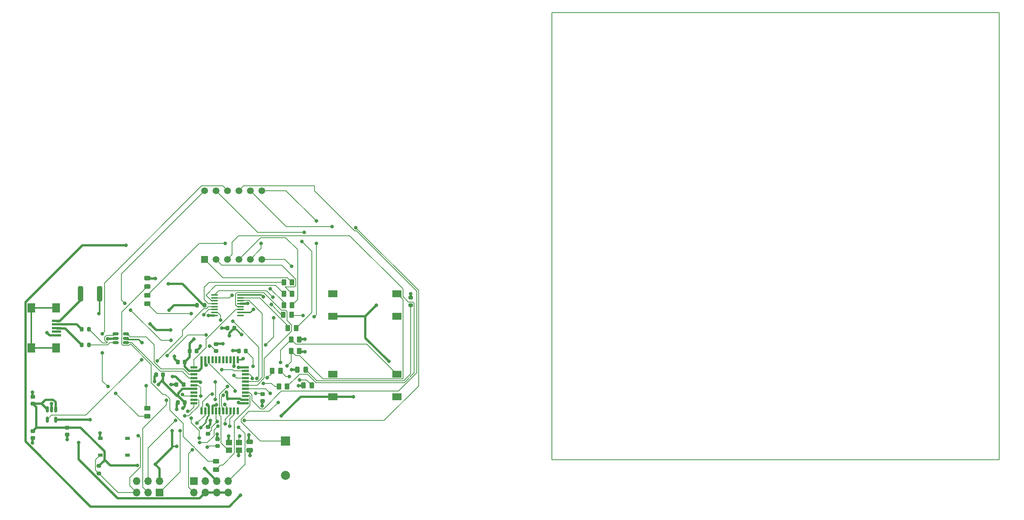
<source format=gbr>
%TF.GenerationSoftware,KiCad,Pcbnew,(7.0.0)*%
%TF.CreationDate,2023-04-21T10:27:53-06:00*%
%TF.ProjectId,PhaseB_ATMEGA,50686173-6542-45f4-9154-4d4547412e6b,rev?*%
%TF.SameCoordinates,Original*%
%TF.FileFunction,Copper,L1,Top*%
%TF.FilePolarity,Positive*%
%FSLAX46Y46*%
G04 Gerber Fmt 4.6, Leading zero omitted, Abs format (unit mm)*
G04 Created by KiCad (PCBNEW (7.0.0)) date 2023-04-21 10:27:53*
%MOMM*%
%LPD*%
G01*
G04 APERTURE LIST*
G04 Aperture macros list*
%AMRoundRect*
0 Rectangle with rounded corners*
0 $1 Rounding radius*
0 $2 $3 $4 $5 $6 $7 $8 $9 X,Y pos of 4 corners*
0 Add a 4 corners polygon primitive as box body*
4,1,4,$2,$3,$4,$5,$6,$7,$8,$9,$2,$3,0*
0 Add four circle primitives for the rounded corners*
1,1,$1+$1,$2,$3*
1,1,$1+$1,$4,$5*
1,1,$1+$1,$6,$7*
1,1,$1+$1,$8,$9*
0 Add four rect primitives between the rounded corners*
20,1,$1+$1,$2,$3,$4,$5,0*
20,1,$1+$1,$4,$5,$6,$7,0*
20,1,$1+$1,$6,$7,$8,$9,0*
20,1,$1+$1,$8,$9,$2,$3,0*%
G04 Aperture macros list end*
%TA.AperFunction,NonConductor*%
%ADD10C,0.200000*%
%TD*%
%TA.AperFunction,ComponentPad*%
%ADD11R,2.000000X2.000000*%
%TD*%
%TA.AperFunction,ComponentPad*%
%ADD12C,2.000000*%
%TD*%
%TA.AperFunction,SMDPad,CuDef*%
%ADD13RoundRect,0.225000X-0.225000X-0.250000X0.225000X-0.250000X0.225000X0.250000X-0.225000X0.250000X0*%
%TD*%
%TA.AperFunction,SMDPad,CuDef*%
%ADD14RoundRect,0.225000X-0.250000X0.225000X-0.250000X-0.225000X0.250000X-0.225000X0.250000X0.225000X0*%
%TD*%
%TA.AperFunction,SMDPad,CuDef*%
%ADD15R,2.000000X0.500000*%
%TD*%
%TA.AperFunction,SMDPad,CuDef*%
%ADD16R,1.700000X2.000000*%
%TD*%
%TA.AperFunction,SMDPad,CuDef*%
%ADD17R,1.400000X1.200000*%
%TD*%
%TA.AperFunction,SMDPad,CuDef*%
%ADD18RoundRect,0.250000X-0.312500X-1.450000X0.312500X-1.450000X0.312500X1.450000X-0.312500X1.450000X0*%
%TD*%
%TA.AperFunction,SMDPad,CuDef*%
%ADD19RoundRect,0.250000X-0.262500X-0.450000X0.262500X-0.450000X0.262500X0.450000X-0.262500X0.450000X0*%
%TD*%
%TA.AperFunction,SMDPad,CuDef*%
%ADD20RoundRect,0.200000X-0.275000X0.200000X-0.275000X-0.200000X0.275000X-0.200000X0.275000X0.200000X0*%
%TD*%
%TA.AperFunction,ComponentPad*%
%ADD21R,1.500000X1.500000*%
%TD*%
%TA.AperFunction,ComponentPad*%
%ADD22C,1.500000*%
%TD*%
%TA.AperFunction,SMDPad,CuDef*%
%ADD23RoundRect,0.225000X0.250000X-0.225000X0.250000X0.225000X-0.250000X0.225000X-0.250000X-0.225000X0*%
%TD*%
%TA.AperFunction,SMDPad,CuDef*%
%ADD24RoundRect,0.225000X0.225000X0.250000X-0.225000X0.250000X-0.225000X-0.250000X0.225000X-0.250000X0*%
%TD*%
%TA.AperFunction,SMDPad,CuDef*%
%ADD25RoundRect,0.200000X-0.200000X-0.275000X0.200000X-0.275000X0.200000X0.275000X-0.200000X0.275000X0*%
%TD*%
%TA.AperFunction,ComponentPad*%
%ADD26R,1.700000X1.700000*%
%TD*%
%TA.AperFunction,ComponentPad*%
%ADD27O,1.700000X1.700000*%
%TD*%
%TA.AperFunction,SMDPad,CuDef*%
%ADD28RoundRect,0.243750X-0.243750X-0.456250X0.243750X-0.456250X0.243750X0.456250X-0.243750X0.456250X0*%
%TD*%
%TA.AperFunction,SMDPad,CuDef*%
%ADD29R,1.500000X0.550000*%
%TD*%
%TA.AperFunction,SMDPad,CuDef*%
%ADD30R,0.550000X1.500000*%
%TD*%
%TA.AperFunction,SMDPad,CuDef*%
%ADD31RoundRect,0.250000X-0.475000X0.250000X-0.475000X-0.250000X0.475000X-0.250000X0.475000X0.250000X0*%
%TD*%
%TA.AperFunction,SMDPad,CuDef*%
%ADD32R,2.000000X1.500000*%
%TD*%
%TA.AperFunction,SMDPad,CuDef*%
%ADD33RoundRect,0.150000X-0.150000X0.512500X-0.150000X-0.512500X0.150000X-0.512500X0.150000X0.512500X0*%
%TD*%
%TA.AperFunction,SMDPad,CuDef*%
%ADD34RoundRect,0.150000X-0.512500X-0.150000X0.512500X-0.150000X0.512500X0.150000X-0.512500X0.150000X0*%
%TD*%
%TA.AperFunction,SMDPad,CuDef*%
%ADD35RoundRect,0.243750X-0.456250X0.243750X-0.456250X-0.243750X0.456250X-0.243750X0.456250X0.243750X0*%
%TD*%
%TA.AperFunction,SMDPad,CuDef*%
%ADD36RoundRect,0.250000X0.450000X-0.262500X0.450000X0.262500X-0.450000X0.262500X-0.450000X-0.262500X0*%
%TD*%
%TA.AperFunction,SMDPad,CuDef*%
%ADD37RoundRect,0.250000X-0.450000X0.262500X-0.450000X-0.262500X0.450000X-0.262500X0.450000X0.262500X0*%
%TD*%
%TA.AperFunction,SMDPad,CuDef*%
%ADD38RoundRect,0.100000X-0.637500X-0.100000X0.637500X-0.100000X0.637500X0.100000X-0.637500X0.100000X0*%
%TD*%
%TA.AperFunction,SMDPad,CuDef*%
%ADD39R,1.000000X0.700000*%
%TD*%
%TA.AperFunction,ViaPad*%
%ADD40C,0.800000*%
%TD*%
%TA.AperFunction,Conductor*%
%ADD41C,0.508000*%
%TD*%
%TA.AperFunction,Conductor*%
%ADD42C,0.203200*%
%TD*%
%TA.AperFunction,Conductor*%
%ADD43C,0.304800*%
%TD*%
%TA.AperFunction,Conductor*%
%ADD44C,0.200000*%
%TD*%
%TA.AperFunction,Conductor*%
%ADD45C,0.482600*%
%TD*%
G04 APERTURE END LIST*
D10*
X168500000Y-72250000D02*
X267750000Y-72250000D01*
X267750000Y-72250000D02*
X267750000Y-171500000D01*
X267750000Y-171500000D02*
X168500000Y-171500000D01*
X168500000Y-171500000D02*
X168500000Y-72250000D01*
D11*
%TO.P,LS1,1,1*%
%TO.N,Buzzer*%
X109399999Y-167319999D03*
D12*
%TO.P,LS1,2,2*%
%TO.N,GND*%
X109400000Y-174920000D03*
%TD*%
D13*
%TO.P,C6,1*%
%TO.N,+5V*%
X88125000Y-147320000D03*
%TO.P,C6,2*%
%TO.N,GND*%
X89675000Y-147320000D03*
%TD*%
D14*
%TO.P,C4,1*%
%TO.N,/AREF*%
X104320000Y-156870000D03*
%TO.P,C4,2*%
%TO.N,GND*%
X104320000Y-158420000D03*
%TD*%
D15*
%TO.P,J1,1,VBUS*%
%TO.N,Net-(J1-VBUS)*%
X58579999Y-140639999D03*
%TO.P,J1,2,D-*%
%TO.N,Net-(J1-D-)*%
X58579999Y-141439999D03*
%TO.P,J1,3,D+*%
%TO.N,Net-(J1-D+)*%
X58579999Y-142239999D03*
%TO.P,J1,4,ID*%
%TO.N,unconnected-(J1-ID-Pad4)*%
X58579999Y-143039999D03*
%TO.P,J1,5,GND*%
%TO.N,GND*%
X58579999Y-143839999D03*
D16*
%TO.P,J1,6,Shield*%
%TO.N,unconnected-(J1-Shield-Pad6)*%
X58479999Y-137789999D03*
X53029999Y-137789999D03*
X58479999Y-146689999D03*
X53029999Y-146689999D03*
%TD*%
D17*
%TO.P,Y1,1,1*%
%TO.N,XTAL1*%
X96859999Y-169339999D03*
%TO.P,Y1,2,2*%
%TO.N,GND*%
X99059999Y-169339999D03*
%TO.P,Y1,3,3*%
%TO.N,XTAL2*%
X99059999Y-167639999D03*
%TO.P,Y1,4,4*%
%TO.N,GND*%
X96859999Y-167639999D03*
%TD*%
D18*
%TO.P,F1,1*%
%TO.N,Net-(J1-VBUS)*%
X63902500Y-134620000D03*
%TO.P,F1,2*%
%TO.N,+5V*%
X68177500Y-134620000D03*
%TD*%
D19*
%TO.P,R7,1*%
%TO.N,Button_2*%
X110650000Y-144780000D03*
%TO.P,R7,2*%
%TO.N,GND*%
X112475000Y-144780000D03*
%TD*%
D14*
%TO.P,C10,1*%
%TO.N,+5V*%
X53340000Y-165100000D03*
%TO.P,C10,2*%
%TO.N,GND*%
X53340000Y-166650000D03*
%TD*%
D20*
%TO.P,R2,1*%
%TO.N,+5V*%
X68000000Y-172850000D03*
%TO.P,R2,2*%
%TO.N,RST*%
X68000000Y-174500000D03*
%TD*%
D19*
%TO.P,R11,1*%
%TO.N,d*%
X109022500Y-134620000D03*
%TO.P,R11,2*%
%TO.N,Net-(U4-d)*%
X110847500Y-134620000D03*
%TD*%
D21*
%TO.P,U4,1,e*%
%TO.N,Net-(U4-e)*%
X91439999Y-126999999D03*
D22*
%TO.P,U4,2,d*%
%TO.N,Net-(U4-d)*%
X93980000Y-127000000D03*
%TO.P,U4,3,DPX*%
%TO.N,Net-(U4-DPX)*%
X96520000Y-127000000D03*
%TO.P,U4,4,c*%
%TO.N,Net-(U4-c)*%
X99060000Y-127000000D03*
%TO.P,U4,5,g*%
%TO.N,Net-(U4-g)*%
X101600000Y-127000000D03*
%TO.P,U4,6,CA4*%
%TO.N,Dig4*%
X104140000Y-127000000D03*
%TO.P,U4,7,b*%
%TO.N,Net-(U4-b)*%
X104140000Y-111760000D03*
%TO.P,U4,8,CA3*%
%TO.N,Dig3*%
X101600000Y-111760000D03*
%TO.P,U4,9,CA2*%
%TO.N,Dig2*%
X99060000Y-111760000D03*
%TO.P,U4,10,f*%
%TO.N,Net-(U4-f)*%
X96520000Y-111760000D03*
%TO.P,U4,11,a*%
%TO.N,Net-(U4-a)*%
X93980000Y-111760000D03*
%TO.P,U4,12,CA1*%
%TO.N,Dig1*%
X91440000Y-111760000D03*
%TD*%
D20*
%TO.P,R1,1*%
%TO.N,+5V*%
X137160000Y-135510000D03*
%TO.P,R1,2*%
%TO.N,Net-(D1-A)*%
X137160000Y-137160000D03*
%TD*%
D23*
%TO.P,C2,1*%
%TO.N,/UCAP*%
X94320000Y-168415000D03*
%TO.P,C2,2*%
%TO.N,GND*%
X94320000Y-166865000D03*
%TD*%
D19*
%TO.P,R16,1*%
%TO.N,RED_LED*%
X106425000Y-151750000D03*
%TO.P,R16,2*%
%TO.N,Net-(D2-A)*%
X108250000Y-151750000D03*
%TD*%
D24*
%TO.P,C14,1*%
%TO.N,+3.3V*%
X86750000Y-154750000D03*
%TO.P,C14,2*%
%TO.N,GND*%
X85200000Y-154750000D03*
%TD*%
D25*
%TO.P,R3,1*%
%TO.N,Net-(J1-D+)*%
X64175000Y-146000000D03*
%TO.P,R3,2*%
%TO.N,USB_CONN_D+*%
X65825000Y-146000000D03*
%TD*%
D19*
%TO.P,R9,1*%
%TO.N,b*%
X108925000Y-139250000D03*
%TO.P,R9,2*%
%TO.N,Net-(U4-b)*%
X110750000Y-139250000D03*
%TD*%
D24*
%TO.P,C15,1*%
%TO.N,+5V*%
X98070000Y-142240000D03*
%TO.P,C15,2*%
%TO.N,GND*%
X96520000Y-142240000D03*
%TD*%
D26*
%TO.P,J3,1,Pin_1*%
%TO.N,GND*%
X89079999Y-176199999D03*
D27*
%TO.P,J3,2,Pin_2*%
%TO.N,TX*%
X89079999Y-178739999D03*
%TO.P,J3,3,Pin_3*%
%TO.N,unconnected-(J3-Pin_3-Pad3)*%
X91619999Y-176199999D03*
%TO.P,J3,4,Pin_4*%
%TO.N,+3.3V*%
X91619999Y-178739999D03*
%TO.P,J3,5,Pin_5*%
%TO.N,Net-(J3-Pin_5)*%
X94159999Y-176199999D03*
%TO.P,J3,6,Pin_6*%
%TO.N,+3.3V*%
X94159999Y-178739999D03*
%TO.P,J3,7,Pin_7*%
%TO.N,RX*%
X96699999Y-176199999D03*
%TO.P,J3,8,Pin_8*%
%TO.N,+3.3V*%
X96699999Y-178739999D03*
%TD*%
D23*
%TO.P,C9,1*%
%TO.N,XTAL2*%
X92202000Y-165722600D03*
%TO.P,C9,2*%
%TO.N,GND*%
X92202000Y-164172600D03*
%TD*%
D24*
%TO.P,C3,1*%
%TO.N,+5V*%
X87025000Y-149750000D03*
%TO.P,C3,2*%
%TO.N,GND*%
X85475000Y-149750000D03*
%TD*%
%TO.P,C5,1*%
%TO.N,+5V*%
X82232500Y-152567500D03*
%TO.P,C5,2*%
%TO.N,GND*%
X80682500Y-152567500D03*
%TD*%
D13*
%TO.P,C7,1*%
%TO.N,GND*%
X99060000Y-147320000D03*
%TO.P,C7,2*%
%TO.N,XTAL1*%
X100610000Y-147320000D03*
%TD*%
D28*
%TO.P,D2,1,K*%
%TO.N,GND*%
X113362500Y-154940000D03*
%TO.P,D2,2,A*%
%TO.N,Net-(D2-A)*%
X115237500Y-154940000D03*
%TD*%
D29*
%TO.P,U2,1,PE6*%
%TO.N,SH_CP*%
X89079999Y-150939999D03*
%TO.P,U2,2,UVCC*%
%TO.N,+5V*%
X89079999Y-151739999D03*
%TO.P,U2,3,D-*%
%TO.N,USB_D-*%
X89079999Y-152539999D03*
%TO.P,U2,4,D+*%
%TO.N,USB_D+*%
X89079999Y-153339999D03*
%TO.P,U2,5,UGND*%
%TO.N,GND*%
X89079999Y-154139999D03*
%TO.P,U2,6,UCAP*%
%TO.N,/UCAP*%
X89079999Y-154939999D03*
%TO.P,U2,7,VBUS*%
%TO.N,+5V*%
X89079999Y-155739999D03*
%TO.P,U2,8,PB0*%
%TO.N,unconnected-(U2-PB0-Pad8)*%
X89079999Y-156539999D03*
%TO.P,U2,9,PB1*%
%TO.N,SCK*%
X89079999Y-157339999D03*
%TO.P,U2,10,PB2*%
%TO.N,MOSI*%
X89079999Y-158139999D03*
%TO.P,U2,11,PB3*%
%TO.N,MISO*%
X89079999Y-158939999D03*
D30*
%TO.P,U2,12,PB7*%
%TO.N,Dig3*%
X90779999Y-160639999D03*
%TO.P,U2,13,~{RESET}*%
%TO.N,RST*%
X91579999Y-160639999D03*
%TO.P,U2,14,VCC*%
%TO.N,+5V*%
X92379999Y-160639999D03*
%TO.P,U2,15,GND*%
%TO.N,GND*%
X93179999Y-160639999D03*
%TO.P,U2,16,XTAL2*%
%TO.N,XTAL2*%
X93979999Y-160639999D03*
%TO.P,U2,17,XTAL1*%
%TO.N,XTAL1*%
X94779999Y-160639999D03*
%TO.P,U2,18,PD0*%
%TO.N,Button_2*%
X95579999Y-160639999D03*
%TO.P,U2,19,PD1*%
%TO.N,Button_1*%
X96379999Y-160639999D03*
%TO.P,U2,20,PD2*%
%TO.N,TX*%
X97179999Y-160639999D03*
%TO.P,U2,21,PD3*%
%TO.N,RX*%
X97979999Y-160639999D03*
%TO.P,U2,22,PD5*%
%TO.N,unconnected-(U2-PD5-Pad22)*%
X98779999Y-160639999D03*
D29*
%TO.P,U2,23,GND*%
%TO.N,GND*%
X100479999Y-158939999D03*
%TO.P,U2,24,AVCC*%
%TO.N,+5V*%
X100479999Y-158139999D03*
%TO.P,U2,25,PD4*%
%TO.N,GREEN_LED*%
X100479999Y-157339999D03*
%TO.P,U2,26,PD6*%
%TO.N,Dig2*%
X100479999Y-156539999D03*
%TO.P,U2,27,PD7*%
%TO.N,Buzzer*%
X100479999Y-155739999D03*
%TO.P,U2,28,PB4*%
%TO.N,ST_CP*%
X100479999Y-154939999D03*
%TO.P,U2,29,PB5*%
%TO.N,DS*%
X100479999Y-154139999D03*
%TO.P,U2,30,PB6*%
%TO.N,Dig4*%
X100479999Y-153339999D03*
%TO.P,U2,31,PC6*%
%TO.N,RED_LED*%
X100479999Y-152539999D03*
%TO.P,U2,32,PC7*%
%TO.N,Dig1*%
X100479999Y-151739999D03*
%TO.P,U2,33,~{HWB}/PE2*%
%TO.N,GND*%
X100479999Y-150939999D03*
D30*
%TO.P,U2,34,VCC*%
%TO.N,+5V*%
X98779999Y-149239999D03*
%TO.P,U2,35,GND*%
%TO.N,GND*%
X97979999Y-149239999D03*
%TO.P,U2,36,PF7*%
%TO.N,unconnected-(U2-PF7-Pad36)*%
X97179999Y-149239999D03*
%TO.P,U2,37,PF6*%
%TO.N,unconnected-(U2-PF6-Pad37)*%
X96379999Y-149239999D03*
%TO.P,U2,38,PF5*%
%TO.N,unconnected-(U2-PF5-Pad38)*%
X95579999Y-149239999D03*
%TO.P,U2,39,PF4*%
%TO.N,unconnected-(U2-PF4-Pad39)*%
X94779999Y-149239999D03*
%TO.P,U2,40,PF1*%
%TO.N,unconnected-(U2-PF1-Pad40)*%
X93979999Y-149239999D03*
%TO.P,U2,41,PF0*%
%TO.N,unconnected-(U2-PF0-Pad41)*%
X93179999Y-149239999D03*
%TO.P,U2,42,AREF*%
%TO.N,/AREF*%
X92379999Y-149239999D03*
%TO.P,U2,43,GND*%
%TO.N,GND*%
X91579999Y-149239999D03*
%TO.P,U2,44,AVCC*%
%TO.N,+5V*%
X90779999Y-149239999D03*
%TD*%
D31*
%TO.P,C1,1*%
%TO.N,+5V*%
X101420000Y-167450000D03*
%TO.P,C1,2*%
%TO.N,GND*%
X101420000Y-169350000D03*
%TD*%
D32*
%TO.P,S3,A1,NO_1*%
%TO.N,unconnected-(S3-NO_1-PadA1)*%
X119849999Y-152479999D03*
%TO.P,S3,B1,NO_2*%
%TO.N,Button_2*%
X134149999Y-152479999D03*
%TO.P,S3,C1,COM_1*%
%TO.N,+5V*%
X119849999Y-157479999D03*
%TO.P,S3,D1,COM_2*%
%TO.N,unconnected-(S3-COM_2-PadD1)*%
X134149999Y-157479999D03*
%TD*%
%TO.P,S2,A1,NO_1*%
%TO.N,unconnected-(S2-NO_1-PadA1)*%
X119849999Y-134619999D03*
%TO.P,S2,B1,NO_2*%
%TO.N,Button_1*%
X134149999Y-134619999D03*
%TO.P,S2,C1,COM_1*%
%TO.N,+5V*%
X119849999Y-139619999D03*
%TO.P,S2,D1,COM_2*%
%TO.N,unconnected-(S2-COM_2-PadD1)*%
X134149999Y-139619999D03*
%TD*%
D33*
%TO.P,U3,1,VIN*%
%TO.N,+5V*%
X58420000Y-160285000D03*
%TO.P,U3,2,GND*%
%TO.N,GND*%
X57470000Y-160285000D03*
%TO.P,U3,3,ON/~{OFF}*%
%TO.N,+5V*%
X56520000Y-160285000D03*
%TO.P,U3,4,BP*%
%TO.N,Net-(U3-BP)*%
X56520000Y-162560000D03*
%TO.P,U3,5,VOUT*%
%TO.N,+3.3V*%
X58420000Y-162560000D03*
%TD*%
D25*
%TO.P,R5,1*%
%TO.N,+3.3V*%
X89790000Y-137160000D03*
%TO.P,R5,2*%
%TO.N,Net-(J3-Pin_5)*%
X91440000Y-137160000D03*
%TD*%
D34*
%TO.P,U1,1,I/O1*%
%TO.N,USB_CONN_D-*%
X71725000Y-143550000D03*
%TO.P,U1,2,GND*%
%TO.N,GND*%
X71725000Y-144500000D03*
%TO.P,U1,3,I/O2*%
%TO.N,USB_CONN_D+*%
X71725000Y-145450000D03*
%TO.P,U1,4,I/O2*%
%TO.N,USB_D+*%
X74000000Y-145450000D03*
%TO.P,U1,5,VBUS*%
%TO.N,+5V*%
X74000000Y-144500000D03*
%TO.P,U1,6,I/O1*%
%TO.N,USB_D-*%
X74000000Y-143550000D03*
%TD*%
D35*
%TO.P,D3,1,K*%
%TO.N,GND*%
X78740000Y-131142500D03*
%TO.P,D3,2,A*%
%TO.N,Net-(D3-A)*%
X78740000Y-133017500D03*
%TD*%
D19*
%TO.P,R6,1*%
%TO.N,Button_1*%
X110650000Y-147320000D03*
%TO.P,R6,2*%
%TO.N,GND*%
X112475000Y-147320000D03*
%TD*%
D36*
%TO.P,R17,1*%
%TO.N,GREEN_LED*%
X93980000Y-173632500D03*
%TO.P,R17,2*%
%TO.N,Net-(D3-A)*%
X93980000Y-171807500D03*
%TD*%
D37*
%TO.P,R13,1*%
%TO.N,f*%
X78740000Y-160020000D03*
%TO.P,R13,2*%
%TO.N,Net-(U4-f)*%
X78740000Y-161845000D03*
%TD*%
D14*
%TO.P,C11,1*%
%TO.N,+5V*%
X60960000Y-164325000D03*
%TO.P,C11,2*%
%TO.N,GND*%
X60960000Y-165875000D03*
%TD*%
D36*
%TO.P,R14,1*%
%TO.N,g*%
X78750000Y-136825000D03*
%TO.P,R14,2*%
%TO.N,Net-(U4-g)*%
X78750000Y-135000000D03*
%TD*%
D38*
%TO.P,U5,1,QB*%
%TO.N,b*%
X93657500Y-134885000D03*
%TO.P,U5,2,QC*%
%TO.N,c*%
X93657500Y-135535000D03*
%TO.P,U5,3,QD*%
%TO.N,d*%
X93657500Y-136185000D03*
%TO.P,U5,4,QE*%
%TO.N,e*%
X93657500Y-136835000D03*
%TO.P,U5,5,QF*%
%TO.N,f*%
X93657500Y-137485000D03*
%TO.P,U5,6,QG*%
%TO.N,g*%
X93657500Y-138135000D03*
%TO.P,U5,7,QH*%
%TO.N,dp*%
X93657500Y-138785000D03*
%TO.P,U5,8,GND*%
%TO.N,GND*%
X93657500Y-139435000D03*
%TO.P,U5,9,QH'*%
%TO.N,unconnected-(U5-QH'-Pad9)*%
X99382500Y-139435000D03*
%TO.P,U5,10,~{SRCLR}*%
%TO.N,+5V*%
X99382500Y-138785000D03*
%TO.P,U5,11,SRCLK*%
%TO.N,SH_CP*%
X99382500Y-138135000D03*
%TO.P,U5,12,RCLK*%
%TO.N,ST_CP*%
X99382500Y-137485000D03*
%TO.P,U5,13,~{OE}*%
%TO.N,GND*%
X99382500Y-136835000D03*
%TO.P,U5,14,SER*%
%TO.N,DS*%
X99382500Y-136185000D03*
%TO.P,U5,15,QA*%
%TO.N,a*%
X99382500Y-135535000D03*
%TO.P,U5,16,VCC*%
%TO.N,+5V*%
X99382500Y-134885000D03*
%TD*%
D23*
%TO.P,C12,1*%
%TO.N,+5V*%
X53340000Y-159030000D03*
%TO.P,C12,2*%
%TO.N,GND*%
X53340000Y-157480000D03*
%TD*%
D19*
%TO.P,R12,1*%
%TO.N,e*%
X109022500Y-132080000D03*
%TO.P,R12,2*%
%TO.N,Net-(U4-e)*%
X110847500Y-132080000D03*
%TD*%
%TO.P,R10,1*%
%TO.N,c*%
X109022500Y-137160000D03*
%TO.P,R10,2*%
%TO.N,Net-(U4-c)*%
X110847500Y-137160000D03*
%TD*%
D24*
%TO.P,C8,1*%
%TO.N,+5V*%
X87025000Y-158750000D03*
%TO.P,C8,2*%
%TO.N,GND*%
X85475000Y-158750000D03*
%TD*%
D28*
%TO.P,D1,1,K*%
%TO.N,GND*%
X112000000Y-151500000D03*
%TO.P,D1,2,A*%
%TO.N,Net-(D1-A)*%
X113875000Y-151500000D03*
%TD*%
D19*
%TO.P,R15,1*%
%TO.N,dp*%
X107925000Y-155250000D03*
%TO.P,R15,2*%
%TO.N,Net-(U4-DPX)*%
X109750000Y-155250000D03*
%TD*%
D25*
%TO.P,R4,1*%
%TO.N,Net-(J1-D-)*%
X64175000Y-142500000D03*
%TO.P,R4,2*%
%TO.N,USB_CONN_D-*%
X65825000Y-142500000D03*
%TD*%
D23*
%TO.P,C13,1*%
%TO.N,Net-(U3-BP)*%
X93980000Y-147320000D03*
%TO.P,C13,2*%
%TO.N,GND*%
X93980000Y-145770000D03*
%TD*%
D26*
%TO.P,J2,1,MISO*%
%TO.N,MISO*%
X81459999Y-178739999D03*
D27*
%TO.P,J2,2,VCC*%
%TO.N,+5V*%
X81459999Y-176199999D03*
%TO.P,J2,3,SCK*%
%TO.N,SCK*%
X78919999Y-178739999D03*
%TO.P,J2,4,MOSI*%
%TO.N,MOSI*%
X78919999Y-176199999D03*
%TO.P,J2,5,~{RST}*%
%TO.N,RST*%
X76379999Y-178739999D03*
%TO.P,J2,6,GND*%
%TO.N,GND*%
X76379999Y-176199999D03*
%TD*%
D19*
%TO.P,R8,1*%
%TO.N,a*%
X109935000Y-142240000D03*
%TO.P,R8,2*%
%TO.N,Net-(U4-a)*%
X111760000Y-142240000D03*
%TD*%
D39*
%TO.P,S1,1*%
%TO.N,GND*%
X68299999Y-166729999D03*
%TO.P,S1,2*%
%TO.N,N/C*%
X74299999Y-166729999D03*
%TO.P,S1,3*%
%TO.N,RST*%
X68299999Y-170429999D03*
%TO.P,S1,4*%
%TO.N,N/C*%
X74299999Y-170429999D03*
%TD*%
D40*
%TO.N,Net-(J3-Pin_5)*%
X99441000Y-179374800D03*
%TO.N,+5V*%
X85267800Y-168529000D03*
X90590653Y-164349147D03*
X83870800Y-142646400D03*
X79349600Y-141300200D03*
%TO.N,RED_LED*%
X102009300Y-153438900D03*
X105355098Y-153282839D03*
%TO.N,+5V*%
X81178400Y-154762200D03*
X77520800Y-145491200D03*
X68021200Y-139014200D03*
X96977200Y-143916400D03*
X89052400Y-144729200D03*
X99974400Y-149021800D03*
X99644200Y-143713200D03*
X102260400Y-138125200D03*
X104449563Y-135275637D03*
X84226400Y-164998400D03*
%TO.N,Button_1*%
X95939110Y-159198241D03*
X93786097Y-158105703D03*
X93853000Y-154228800D03*
X109728000Y-150596600D03*
%TO.N,Button_2*%
X108280200Y-149834600D03*
X95552298Y-157189208D03*
%TO.N,+5V*%
X96259053Y-156482453D03*
X92075000Y-159258000D03*
X86588600Y-160020000D03*
%TO.N,RST*%
X89763600Y-163372800D03*
X76733400Y-166116000D03*
%TO.N,+3.3V*%
X83591400Y-138252200D03*
X84302600Y-153009600D03*
%TO.N,Net-(J3-Pin_5)*%
X83413600Y-132461000D03*
X74041000Y-123850400D03*
X91402900Y-173442900D03*
%TO.N,+3.3V*%
X63500000Y-167640000D03*
X66040000Y-162560000D03*
%TO.N,+5V*%
X132300753Y-149639247D03*
X124460000Y-157480000D03*
X129540000Y-137160000D03*
X137160000Y-134620000D03*
X96621600Y-157885153D03*
X101250000Y-166000000D03*
X80500000Y-172500000D03*
X76500000Y-172750000D03*
X108500000Y-161750000D03*
%TO.N,GND*%
X91750000Y-150500000D03*
X104250000Y-159500000D03*
X95500000Y-145750000D03*
X80500000Y-131250000D03*
X94078900Y-159290498D03*
X101000000Y-136750000D03*
X99000000Y-170500000D03*
X113750000Y-144750000D03*
X80317500Y-154077500D03*
X56500000Y-143250000D03*
X53250000Y-156500000D03*
X101500000Y-170500000D03*
X94250000Y-165750000D03*
X110750000Y-151500000D03*
X96750000Y-166250000D03*
X57500000Y-159000000D03*
X113750000Y-147500000D03*
X97750000Y-147250000D03*
X99000000Y-151000000D03*
X85250000Y-160250000D03*
X99000000Y-158750000D03*
X90500000Y-154250000D03*
X92250000Y-139500000D03*
X69975000Y-144600000D03*
X61000000Y-167000000D03*
X53250000Y-167750000D03*
X84750000Y-148500000D03*
X98000000Y-150750000D03*
X112250000Y-155000000D03*
X84000000Y-154750000D03*
X68250000Y-165500000D03*
X92750000Y-162750000D03*
X95250000Y-142250000D03*
X90500000Y-146250000D03*
%TO.N,/UCAP*%
X92024200Y-168656000D03*
X90265091Y-166674011D03*
X90576400Y-157353000D03*
X88500000Y-162250000D03*
%TO.N,/AREF*%
X102750000Y-156750000D03*
X98250000Y-156250000D03*
%TO.N,XTAL1*%
X102228347Y-150723600D03*
X96500000Y-155250000D03*
%TO.N,XTAL2*%
X94205146Y-163018792D03*
X99250000Y-166250000D03*
%TO.N,Net-(U3-BP)*%
X83114279Y-148364279D03*
X92504500Y-146250000D03*
X77497047Y-149252953D03*
X91750000Y-143750000D03*
%TO.N,Net-(D2-A)*%
X112500000Y-153750000D03*
X110250000Y-153000000D03*
%TO.N,MISO*%
X86000000Y-165000000D03*
X87750000Y-160750000D03*
%TO.N,SCK*%
X86500000Y-157000000D03*
X83000000Y-158250000D03*
%TO.N,MOSI*%
X87000000Y-161750000D03*
X85000000Y-162750000D03*
%TO.N,TX*%
X96000000Y-163500000D03*
X88741000Y-169259000D03*
X94395500Y-164000000D03*
X90328500Y-167671500D03*
%TO.N,RX*%
X99000000Y-164250000D03*
X97000000Y-164000000D03*
%TO.N,Buzzer*%
X106000000Y-156750000D03*
X107750000Y-158750000D03*
%TO.N,Net-(U4-a)*%
X113000000Y-123000000D03*
X113500000Y-121000000D03*
%TO.N,b*%
X106222057Y-137027943D03*
X106588563Y-135411437D03*
%TO.N,Net-(U4-b)*%
X115750000Y-139750000D03*
X113250000Y-139500000D03*
X116250000Y-123500000D03*
X116250000Y-118500000D03*
%TO.N,c*%
X97500000Y-135000000D03*
X106000000Y-133500000D03*
%TO.N,f*%
X80969622Y-149530378D03*
X78500000Y-155000000D03*
%TO.N,Net-(U4-f)*%
X68750000Y-147750000D03*
X70000000Y-155250000D03*
X68750000Y-143500000D03*
X71750000Y-156750000D03*
%TO.N,g*%
X91250000Y-139250000D03*
X88500000Y-139000000D03*
%TO.N,Net-(U4-g)*%
X104000000Y-123500000D03*
X96000000Y-123500000D03*
%TO.N,dp*%
X104521453Y-154508653D03*
X95000000Y-140500000D03*
X97750000Y-140750000D03*
X103055592Y-153421292D03*
%TO.N,Dig3*%
X119750000Y-119750000D03*
X93110316Y-156889716D03*
X125000000Y-120000000D03*
X100250000Y-162750000D03*
%TO.N,Dig4*%
X110750000Y-128500000D03*
X104951100Y-146000000D03*
X98000000Y-152750000D03*
X106750000Y-140000000D03*
%TO.N,Dig1*%
X95250000Y-151500000D03*
X73750000Y-136750000D03*
X84000000Y-145000000D03*
X75000000Y-138250000D03*
%TD*%
D41*
%TO.N,Net-(J3-Pin_5)*%
X99441000Y-179374800D02*
X96977200Y-181838600D01*
X96977200Y-181838600D02*
X88823800Y-181838600D01*
X91402900Y-173442900D02*
X94160000Y-176200000D01*
D42*
%TO.N,dp*%
X107000000Y-155250000D02*
X107925000Y-155250000D01*
X104521453Y-154508653D02*
X106258653Y-154508653D01*
X106258653Y-154508653D02*
X107000000Y-155250000D01*
%TO.N,RED_LED*%
X105355098Y-153282839D02*
X106425000Y-152212937D01*
X106425000Y-152212937D02*
X106425000Y-151750000D01*
%TO.N,Button_2*%
X108280200Y-147149800D02*
X110650000Y-144780000D01*
X108280200Y-149834600D02*
X108280200Y-147149800D01*
D41*
%TO.N,+5V*%
X96406298Y-156629698D02*
X96259053Y-156482453D01*
X96406298Y-157669851D02*
X96406298Y-156629698D01*
X96621600Y-157885153D02*
X96406298Y-157669851D01*
X96621600Y-157885153D02*
X96632447Y-157896000D01*
X96632447Y-157896000D02*
X99353739Y-157896000D01*
X99597739Y-158140000D02*
X100480000Y-158140000D01*
X99353739Y-157896000D02*
X99597739Y-158140000D01*
D42*
%TO.N,Button_1*%
X96380000Y-159811800D02*
X96380000Y-160640000D01*
X95939110Y-159370910D02*
X96380000Y-159811800D01*
X95939110Y-159198241D02*
X95939110Y-159370910D01*
%TO.N,Net-(U3-BP)*%
X57484100Y-161595900D02*
X56520000Y-162560000D01*
X77497047Y-149252953D02*
X65154100Y-161595900D01*
X65154100Y-161595900D02*
X57484100Y-161595900D01*
%TO.N,Net-(D3-A)*%
X73035900Y-138721600D02*
X78740000Y-133017500D01*
X73035900Y-143887059D02*
X73035900Y-138721600D01*
X73173841Y-144025000D02*
X73035900Y-143887059D01*
X73035900Y-144162941D02*
X73173841Y-144025000D01*
X73035900Y-145787059D02*
X73035900Y-144162941D01*
X73300441Y-146051600D02*
X73035900Y-145787059D01*
X74699559Y-146051600D02*
X73300441Y-146051600D01*
X74899559Y-145851600D02*
X74699559Y-146051600D01*
X75087200Y-145851600D02*
X74899559Y-145851600D01*
X79615900Y-150380300D02*
X75087200Y-145851600D01*
X79615900Y-154368113D02*
X79615900Y-150380300D01*
X82247787Y-157000000D02*
X79615900Y-154368113D01*
X82742213Y-157000000D02*
X82247787Y-157000000D01*
X83701600Y-157959387D02*
X82742213Y-157000000D01*
X83701600Y-160451600D02*
X83701600Y-157959387D01*
X89442600Y-168968387D02*
X89031613Y-168557400D01*
X89442600Y-169020800D02*
X89442600Y-168968387D01*
X88979200Y-168557400D02*
X86701600Y-166279800D01*
X92229300Y-171807500D02*
X89442600Y-169020800D01*
X89031613Y-168557400D02*
X88979200Y-168557400D01*
X86701600Y-166279800D02*
X86701600Y-163451600D01*
X93980000Y-171807500D02*
X92229300Y-171807500D01*
X86701600Y-163451600D02*
X83701600Y-160451600D01*
D43*
%TO.N,+5V*%
X84471000Y-168529000D02*
X82723100Y-170276900D01*
X85267800Y-168529000D02*
X84471000Y-168529000D01*
D41*
X82723100Y-170276900D02*
X84226400Y-168773600D01*
X80500000Y-172500000D02*
X82723100Y-170276900D01*
D43*
X91752168Y-163187632D02*
X90590653Y-164349147D01*
X91752168Y-162692243D02*
X91752168Y-163187632D01*
D41*
X80695800Y-142646400D02*
X79349600Y-141300200D01*
X83870800Y-142646400D02*
X80695800Y-142646400D01*
D42*
%TO.N,RED_LED*%
X102009300Y-153116100D02*
X102009300Y-153438900D01*
X101433200Y-152540000D02*
X102009300Y-153116100D01*
X100480000Y-152540000D02*
X101433200Y-152540000D01*
%TO.N,dp*%
X103500000Y-146450275D02*
X97799725Y-140750000D01*
X97799725Y-140750000D02*
X97750000Y-140750000D01*
X103055592Y-153421292D02*
X103500000Y-152976884D01*
X103500000Y-152976884D02*
X103500000Y-146450275D01*
%TO.N,DS*%
X103328390Y-154140000D02*
X100480000Y-154140000D01*
X104250000Y-153218390D02*
X103328390Y-154140000D01*
X101290613Y-136048400D02*
X104250000Y-139007787D01*
X104250000Y-139007787D02*
X104250000Y-153218390D01*
X99519100Y-136048400D02*
X101290613Y-136048400D01*
X99382500Y-136185000D02*
X99519100Y-136048400D01*
%TO.N,ST_CP*%
X103098600Y-154940000D02*
X100480000Y-154940000D01*
X104653200Y-153385400D02*
X103098600Y-154940000D01*
X104653200Y-149014380D02*
X104653200Y-153385400D01*
X110749100Y-142918480D02*
X104653200Y-149014380D01*
X110749100Y-141561520D02*
X110749100Y-142918480D01*
X109739100Y-140551520D02*
X110749100Y-141561520D01*
X109739100Y-138571520D02*
X109739100Y-140551520D01*
X109415980Y-138248400D02*
X109739100Y-138571520D01*
X108434020Y-138248400D02*
X109415980Y-138248400D01*
X98343400Y-134618652D02*
X98578652Y-134383400D01*
X104569020Y-134383400D02*
X108434020Y-138248400D01*
X98578652Y-134383400D02*
X104569020Y-134383400D01*
X98343400Y-137101348D02*
X98343400Y-134618652D01*
X99382500Y-137485000D02*
X98727052Y-137485000D01*
X98727052Y-137485000D02*
X98343400Y-137101348D01*
%TO.N,XTAL1*%
X102228347Y-148938347D02*
X100610000Y-147320000D01*
X102228347Y-150723600D02*
X102228347Y-148938347D01*
D41*
%TO.N,+5V*%
X82232500Y-153708100D02*
X81178400Y-154762200D01*
X82232500Y-152567500D02*
X82232500Y-153708100D01*
D43*
X76827200Y-144797600D02*
X74297600Y-144797600D01*
X77520800Y-145491200D02*
X76827200Y-144797600D01*
X74297600Y-144797600D02*
X74000000Y-144500000D01*
D44*
%TO.N,USB_D-*%
X87954999Y-152540000D02*
X89080000Y-152540000D01*
X86757518Y-151342519D02*
X87954999Y-152540000D01*
X80269622Y-149820328D02*
X81791813Y-151342519D01*
X80269622Y-145954022D02*
X80269622Y-149820328D01*
X81791813Y-151342519D02*
X86757518Y-151342519D01*
X74962500Y-144163604D02*
X78479204Y-144163604D01*
X74350000Y-143900000D02*
X74698896Y-143900000D01*
X74698896Y-143900000D02*
X74962500Y-144163604D01*
X78479204Y-144163604D02*
X80269622Y-145954022D01*
X74000000Y-143550000D02*
X74350000Y-143900000D01*
D43*
%TO.N,+5V*%
X68177500Y-134620000D02*
X68177500Y-138857900D01*
X68177500Y-138857900D02*
X68021200Y-139014200D01*
%TO.N,unconnected-(J1-Shield-Pad6)*%
X58480000Y-137790000D02*
X53030000Y-137790000D01*
X58480000Y-146690000D02*
X53030000Y-146690000D01*
X53030000Y-137790000D02*
X53030000Y-146690000D01*
D41*
%TO.N,+5V*%
X96977200Y-143332800D02*
X98070000Y-142240000D01*
X88125000Y-145656600D02*
X89052400Y-144729200D01*
X88125000Y-147320000D02*
X88125000Y-145656600D01*
X96977200Y-143916400D02*
X96977200Y-143332800D01*
D43*
X99756200Y-149240000D02*
X99974400Y-149021800D01*
X98780000Y-149240000D02*
X99756200Y-149240000D01*
X98171000Y-142240000D02*
X99644200Y-143713200D01*
X98070000Y-142240000D02*
X98171000Y-142240000D01*
X101600600Y-138785000D02*
X99382500Y-138785000D01*
X102260400Y-138125200D02*
X101600600Y-138785000D01*
X99382500Y-134885000D02*
X104058926Y-134885000D01*
X104058926Y-134885000D02*
X104449563Y-135275637D01*
D41*
X84226400Y-168773600D02*
X84226400Y-164998400D01*
D42*
%TO.N,Button_1*%
X93894200Y-154270000D02*
X93853000Y-154228800D01*
X93786097Y-158105703D02*
X93894200Y-157997600D01*
X93894200Y-157997600D02*
X93894200Y-154270000D01*
%TO.N,Dig3*%
X90780000Y-159811800D02*
X90780000Y-160640000D01*
X91003400Y-159588400D02*
X90780000Y-159811800D01*
X91003400Y-158602400D02*
X91003400Y-159588400D01*
X92716084Y-156889716D02*
X91003400Y-158602400D01*
X93110316Y-156889716D02*
X92716084Y-156889716D01*
%TO.N,Button_2*%
X95356600Y-160416600D02*
X95580000Y-160640000D01*
X95183200Y-159415000D02*
X95356600Y-159588400D01*
X95183200Y-157558306D02*
X95183200Y-159415000D01*
X95552298Y-157189208D02*
X95183200Y-157558306D01*
X95356600Y-159588400D02*
X95356600Y-160416600D01*
%TO.N,Button_1*%
X110650000Y-149674600D02*
X109728000Y-150596600D01*
X110650000Y-147320000D02*
X110650000Y-149674600D01*
D41*
%TO.N,+5V*%
X92380000Y-159563000D02*
X92380000Y-160640000D01*
X92075000Y-159258000D02*
X92380000Y-159563000D01*
X87025000Y-159583600D02*
X86588600Y-160020000D01*
X87025000Y-158750000D02*
X87025000Y-159583600D01*
D42*
%TO.N,/UCAP*%
X90033200Y-154940000D02*
X89080000Y-154940000D01*
X90576400Y-157353000D02*
X90576400Y-155483200D01*
X90576400Y-155483200D02*
X90033200Y-154940000D01*
D45*
%TO.N,GND*%
X93180000Y-159532400D02*
X93180000Y-160640000D01*
X94078900Y-159448700D02*
X93263700Y-159448700D01*
X94078900Y-159290498D02*
X94078900Y-159448700D01*
X93263700Y-159448700D02*
X93180000Y-159532400D01*
D42*
%TO.N,RST*%
X91580000Y-161556400D02*
X89763600Y-163372800D01*
X91580000Y-160640000D02*
X91580000Y-161556400D01*
D43*
%TO.N,+5V*%
X92380000Y-161694800D02*
X92380000Y-160640000D01*
X91997600Y-162077200D02*
X92380000Y-161694800D01*
X91752168Y-162692243D02*
X91997600Y-162446811D01*
X91997600Y-162446811D02*
X91997600Y-162077200D01*
D42*
%TO.N,XTAL2*%
X92978600Y-164946000D02*
X92978600Y-164245338D01*
X92978600Y-164245338D02*
X94205146Y-163018792D01*
X92202000Y-165722600D02*
X92978600Y-164946000D01*
D41*
%TO.N,GND*%
X92750000Y-163624600D02*
X92202000Y-164172600D01*
X92750000Y-162750000D02*
X92750000Y-163624600D01*
D42*
%TO.N,TX*%
X92068900Y-167671500D02*
X93548400Y-166192000D01*
X93548400Y-166192000D02*
X93548400Y-164847100D01*
X90328500Y-167671500D02*
X92068900Y-167671500D01*
X93548400Y-164847100D02*
X94395500Y-164000000D01*
%TO.N,/UCAP*%
X92024200Y-168656000D02*
X92265200Y-168415000D01*
X92265200Y-168415000D02*
X94320000Y-168415000D01*
X88500000Y-163250000D02*
X88500000Y-162250000D01*
X90265091Y-165015091D02*
X88500000Y-163250000D01*
X90265091Y-166674011D02*
X90265091Y-165015091D01*
%TO.N,TX*%
X87928400Y-170071600D02*
X87928400Y-177588400D01*
X88741000Y-169259000D02*
X87928400Y-170071600D01*
X87928400Y-177588400D02*
X89080000Y-178740000D01*
%TO.N,RST*%
X77201600Y-166584200D02*
X76733400Y-166116000D01*
X77201600Y-173086800D02*
X77201600Y-166584200D01*
X74855200Y-175433200D02*
X77201600Y-173086800D01*
X74855200Y-177215200D02*
X74855200Y-175433200D01*
X76380000Y-178740000D02*
X74855200Y-177215200D01*
D41*
%TO.N,+3.3V*%
X84683600Y-137160000D02*
X83591400Y-138252200D01*
X89790000Y-137160000D02*
X84683600Y-137160000D01*
X85009600Y-153009600D02*
X86750000Y-154750000D01*
X84302600Y-153009600D02*
X85009600Y-153009600D01*
%TO.N,Net-(J3-Pin_5)*%
X91189896Y-137160000D02*
X91440000Y-137160000D01*
X86490896Y-132461000D02*
X91189896Y-137160000D01*
X83413600Y-132461000D02*
X86490896Y-132461000D01*
X64363600Y-123850400D02*
X74041000Y-123850400D01*
X51726000Y-167433739D02*
X51726000Y-136488000D01*
X88823800Y-181838600D02*
X66130861Y-181838600D01*
X51726000Y-136488000D02*
X64363600Y-123850400D01*
X66130861Y-181838600D02*
X51726000Y-167433739D01*
%TO.N,+3.3V*%
X90316000Y-180044000D02*
X91620000Y-178740000D01*
X72144104Y-180044000D02*
X90316000Y-180044000D01*
X63500000Y-171399896D02*
X72144104Y-180044000D01*
X63500000Y-167640000D02*
X63500000Y-171399896D01*
X58420000Y-162560000D02*
X66040000Y-162560000D01*
%TO.N,+5V*%
X132300753Y-149639247D02*
X127080000Y-144418494D01*
X127080000Y-144418494D02*
X127080000Y-139620000D01*
X119850000Y-157480000D02*
X124460000Y-157480000D01*
X129540000Y-137160000D02*
X127080000Y-139620000D01*
X137160000Y-135510000D02*
X137160000Y-134620000D01*
X127080000Y-139620000D02*
X119850000Y-139620000D01*
D42*
%TO.N,Net-(U4-DPX)*%
X112498400Y-152501600D02*
X109750000Y-155250000D01*
X114306390Y-152501600D02*
X112498400Y-152501600D01*
X116142790Y-154338000D02*
X114306390Y-152501600D01*
X135785621Y-154338000D02*
X116142790Y-154338000D01*
X137936600Y-152187021D02*
X135785621Y-154338000D01*
X137936600Y-136752230D02*
X137936600Y-152187021D01*
X137642770Y-136458400D02*
X137936600Y-136752230D01*
X136677230Y-136458400D02*
X137642770Y-136458400D01*
X135451600Y-135232770D02*
X136677230Y-136458400D01*
X135451600Y-133568400D02*
X135451600Y-135232770D01*
X123633200Y-121750000D02*
X135451600Y-133568400D01*
X97571600Y-123178400D02*
X99000000Y-121750000D01*
X97571600Y-125948400D02*
X97571600Y-123178400D01*
X96520000Y-127000000D02*
X97571600Y-125948400D01*
X99000000Y-121750000D02*
X123633200Y-121750000D01*
%TO.N,Dig2*%
X101433200Y-156540000D02*
X100480000Y-156540000D01*
X101934800Y-157041600D02*
X101433200Y-156540000D01*
X101934800Y-158250000D02*
X101934800Y-157041600D01*
X103886400Y-160201600D02*
X101934800Y-158250000D01*
X104548400Y-160201600D02*
X103886400Y-160201600D01*
X108498400Y-156251600D02*
X104548400Y-160201600D01*
X134442231Y-156251600D02*
X108498400Y-156251600D01*
X125131390Y-120701600D02*
X138500000Y-134070210D01*
X138500000Y-152193831D02*
X134442231Y-156251600D01*
X115788400Y-111780613D02*
X124709387Y-120701600D01*
X124709387Y-120701600D02*
X125131390Y-120701600D01*
X115788400Y-110708400D02*
X115788400Y-111780613D01*
X138500000Y-134070210D02*
X138500000Y-152193831D01*
X100111600Y-110708400D02*
X115788400Y-110708400D01*
X99060000Y-111760000D02*
X100111600Y-110708400D01*
D41*
%TO.N,+5V*%
X86552261Y-155740000D02*
X85598512Y-156693749D01*
X101250000Y-166000000D02*
X101250000Y-167280000D01*
X76500000Y-172750000D02*
X70504000Y-172750000D01*
X82232500Y-152567500D02*
X82232500Y-154190239D01*
X60960000Y-164325000D02*
X54115000Y-164325000D01*
X88125000Y-148650000D02*
X87025000Y-149750000D01*
X55265000Y-159030000D02*
X56520000Y-160285000D01*
X82232500Y-154190239D02*
X85365773Y-157323512D01*
X58420000Y-158712261D02*
X58420000Y-160285000D01*
X85598512Y-157323512D02*
X87025000Y-158750000D01*
X90213000Y-151740000D02*
X89080000Y-151740000D01*
X63953000Y-164325000D02*
X69254000Y-169626000D01*
X54115000Y-164325000D02*
X53340000Y-165100000D01*
X69254000Y-171500000D02*
X69254000Y-171596000D01*
X70504000Y-172750000D02*
X69254000Y-171500000D01*
X57853739Y-158146000D02*
X58420000Y-158712261D01*
X81460000Y-173460000D02*
X80500000Y-172500000D01*
X81460000Y-176200000D02*
X81460000Y-173460000D01*
X89080000Y-155740000D02*
X86552261Y-155740000D01*
X87947000Y-151740000D02*
X89080000Y-151740000D01*
X85598512Y-156693749D02*
X85598512Y-157323512D01*
X87025000Y-150818000D02*
X87947000Y-151740000D01*
X88125000Y-147320000D02*
X88125000Y-148650000D01*
X53340000Y-159030000D02*
X55265000Y-159030000D01*
X119850000Y-157480000D02*
X112770000Y-157480000D01*
X85365773Y-157323512D02*
X85598512Y-157323512D01*
X55265000Y-159030000D02*
X56149000Y-158146000D01*
X56149000Y-158146000D02*
X57853739Y-158146000D01*
X60960000Y-164325000D02*
X63953000Y-164325000D01*
X54115000Y-164325000D02*
X54115000Y-159805000D01*
X69254000Y-169626000D02*
X69254000Y-171500000D01*
X90780000Y-149240000D02*
X90780000Y-151173000D01*
X54115000Y-159805000D02*
X53340000Y-159030000D01*
X87025000Y-149750000D02*
X87025000Y-150818000D01*
X90780000Y-151173000D02*
X90213000Y-151740000D01*
X112770000Y-157480000D02*
X108500000Y-161750000D01*
X69254000Y-171596000D02*
X68000000Y-172850000D01*
X101250000Y-167280000D02*
X101420000Y-167450000D01*
D45*
%TO.N,GND*%
X90390000Y-154140000D02*
X89080000Y-154140000D01*
X80317500Y-154000000D02*
X80317500Y-152932500D01*
X92250000Y-139500000D02*
X93592500Y-139500000D01*
X100420000Y-151000000D02*
X100480000Y-150940000D01*
X113750000Y-147500000D02*
X112655000Y-147500000D01*
X113750000Y-144750000D02*
X112505000Y-144750000D01*
X104250000Y-158490000D02*
X104320000Y-158420000D01*
X90500000Y-146495000D02*
X89675000Y-147320000D01*
X90500000Y-154250000D02*
X90390000Y-154140000D01*
X78847500Y-131250000D02*
X78740000Y-131142500D01*
X53250000Y-156500000D02*
X53250000Y-157390000D01*
X99000000Y-158750000D02*
X99190000Y-158940000D01*
X53250000Y-167750000D02*
X53250000Y-166740000D01*
X68250000Y-165500000D02*
X68250000Y-166680000D01*
X94250000Y-166795000D02*
X94320000Y-166865000D01*
X96750000Y-166250000D02*
X96750000Y-167530000D01*
X101000000Y-136750000D02*
X100915000Y-136835000D01*
X56500000Y-143250000D02*
X57090000Y-143840000D01*
X112505000Y-144750000D02*
X112475000Y-144780000D01*
X80317500Y-152932500D02*
X80682500Y-152567500D01*
X85250000Y-160250000D02*
X85250000Y-158975000D01*
X90500000Y-146250000D02*
X90500000Y-146495000D01*
X99190000Y-158940000D02*
X100480000Y-158940000D01*
X113302500Y-155000000D02*
X113362500Y-154940000D01*
X99000000Y-170500000D02*
X99000000Y-169400000D01*
X53250000Y-157390000D02*
X53340000Y-157480000D01*
X68250000Y-166680000D02*
X68300000Y-166730000D01*
X53250000Y-166740000D02*
X53340000Y-166650000D01*
X100915000Y-136835000D02*
X99382500Y-136835000D01*
X84000000Y-154750000D02*
X85200000Y-154750000D01*
X57500000Y-160255000D02*
X57470000Y-160285000D01*
X112655000Y-147500000D02*
X112475000Y-147320000D01*
X94000000Y-145750000D02*
X93980000Y-145770000D01*
X95250000Y-142250000D02*
X96510000Y-142250000D01*
X110750000Y-151500000D02*
X112000000Y-151500000D01*
X96750000Y-167530000D02*
X96860000Y-167640000D01*
X96510000Y-142250000D02*
X96520000Y-142240000D01*
X98000000Y-149260000D02*
X97980000Y-149240000D01*
X99000000Y-169400000D02*
X99060000Y-169340000D01*
X57090000Y-143840000D02*
X58580000Y-143840000D01*
X99000000Y-151000000D02*
X100420000Y-151000000D01*
X95500000Y-145750000D02*
X94000000Y-145750000D01*
X91750000Y-150500000D02*
X91580000Y-150330000D01*
X94250000Y-165750000D02*
X94250000Y-166795000D01*
X91580000Y-150330000D02*
X91580000Y-149240000D01*
X61000000Y-165915000D02*
X60960000Y-165875000D01*
X69975000Y-144600000D02*
X71495000Y-144600000D01*
X93592500Y-139500000D02*
X93657500Y-139435000D01*
X101500000Y-169430000D02*
X101420000Y-169350000D01*
X80317500Y-154077500D02*
X80317500Y-154000000D01*
X85250000Y-158975000D02*
X85475000Y-158750000D01*
X98990000Y-147250000D02*
X99060000Y-147320000D01*
X101500000Y-170500000D02*
X101500000Y-169430000D01*
X80500000Y-131250000D02*
X78847500Y-131250000D01*
X84750000Y-148500000D02*
X84750000Y-149025000D01*
X57500000Y-159000000D02*
X57500000Y-160255000D01*
X71625000Y-144600000D02*
X71725000Y-144500000D01*
X98000000Y-150750000D02*
X98000000Y-149260000D01*
X61000000Y-167000000D02*
X61000000Y-165915000D01*
X104250000Y-159500000D02*
X104250000Y-158490000D01*
X97750000Y-147250000D02*
X98990000Y-147250000D01*
X112250000Y-155000000D02*
X113302500Y-155000000D01*
X84750000Y-149025000D02*
X85475000Y-149750000D01*
D42*
%TO.N,/AREF*%
X98250000Y-155938200D02*
X98250000Y-156250000D01*
X92380000Y-149240000D02*
X92380000Y-150068200D01*
X102750000Y-156750000D02*
X104200000Y-156750000D01*
X104200000Y-156750000D02*
X104320000Y-156870000D01*
X92380000Y-150068200D02*
X98250000Y-155938200D01*
%TO.N,XTAL1*%
X96860000Y-169340000D02*
X96656800Y-169340000D01*
X95096600Y-161909800D02*
X94780000Y-161593200D01*
X96500000Y-155250000D02*
X94780000Y-156970000D01*
X95096600Y-167779800D02*
X95096600Y-161909800D01*
X94780000Y-161593200D02*
X94780000Y-160640000D01*
X94780000Y-156970000D02*
X94780000Y-160640000D01*
X96656800Y-169340000D02*
X95096600Y-167779800D01*
%TO.N,XTAL2*%
X93980000Y-160640000D02*
X93980000Y-162512213D01*
X94205146Y-163018792D02*
X94205146Y-162737359D01*
X94205146Y-162737359D02*
X93980000Y-162512213D01*
X99060000Y-166440000D02*
X99250000Y-166250000D01*
X99060000Y-167640000D02*
X99060000Y-166440000D01*
%TO.N,Net-(U3-BP)*%
X87728558Y-143750000D02*
X91750000Y-143750000D01*
X83114279Y-148364279D02*
X87728558Y-143750000D01*
X92910000Y-146250000D02*
X93980000Y-147320000D01*
X92504500Y-146250000D02*
X92910000Y-146250000D01*
D41*
%TO.N,+3.3V*%
X94160000Y-178740000D02*
X96700000Y-178740000D01*
X91620000Y-178740000D02*
X94160000Y-178740000D01*
D42*
%TO.N,Net-(D1-A)*%
X135618611Y-153934800D02*
X116309800Y-153934800D01*
X116309800Y-153934800D02*
X113875000Y-151500000D01*
X137160000Y-152393411D02*
X135618611Y-153934800D01*
X137160000Y-137160000D02*
X137160000Y-152393411D01*
%TO.N,Net-(D2-A)*%
X110250000Y-153000000D02*
X109500000Y-153000000D01*
X115237500Y-154940000D02*
X114047500Y-153750000D01*
X114047500Y-153750000D02*
X112500000Y-153750000D01*
X109500000Y-153000000D02*
X108250000Y-151750000D01*
D45*
%TO.N,Net-(J1-VBUS)*%
X63902500Y-136097500D02*
X59251300Y-140748700D01*
X58688700Y-140748700D02*
X58580000Y-140640000D01*
X59251300Y-140748700D02*
X58688700Y-140748700D01*
X63902500Y-134620000D02*
X63902500Y-136097500D01*
%TO.N,Net-(J1-D-)*%
X63115000Y-141440000D02*
X58580000Y-141440000D01*
X64175000Y-142500000D02*
X63115000Y-141440000D01*
%TO.N,Net-(J1-D+)*%
X60523700Y-142348700D02*
X58688700Y-142348700D01*
X64175000Y-146000000D02*
X60523700Y-142348700D01*
X58688700Y-142348700D02*
X58580000Y-142240000D01*
D42*
%TO.N,MISO*%
X86000000Y-174200000D02*
X81460000Y-178740000D01*
X86000000Y-165000000D02*
X86000000Y-174200000D01*
X88108462Y-160750000D02*
X89080000Y-159778462D01*
X89080000Y-159778462D02*
X89080000Y-158940000D01*
X87750000Y-160750000D02*
X88108462Y-160750000D01*
%TO.N,SCK*%
X77768400Y-177588400D02*
X77768400Y-164481600D01*
X78920000Y-178740000D02*
X77768400Y-177588400D01*
X77768400Y-164481600D02*
X83000000Y-159250000D01*
X86500000Y-157000000D02*
X86840000Y-157340000D01*
X86840000Y-157340000D02*
X89080000Y-157340000D01*
X83000000Y-159250000D02*
X83000000Y-158250000D01*
%TO.N,MOSI*%
X90131600Y-158238400D02*
X90033200Y-158140000D01*
X78920000Y-176200000D02*
X78920000Y-168830000D01*
X90033200Y-158140000D02*
X89080000Y-158140000D01*
X90131600Y-159516600D02*
X90131600Y-158238400D01*
X78920000Y-168830000D02*
X85000000Y-162750000D01*
X87898200Y-161750000D02*
X90131600Y-159516600D01*
X87000000Y-161750000D02*
X87898200Y-161750000D01*
%TO.N,RST*%
X67223400Y-171506600D02*
X68300000Y-170430000D01*
X67223400Y-173723400D02*
X67223400Y-171506600D01*
X76380000Y-178740000D02*
X72240000Y-178740000D01*
X68000000Y-174500000D02*
X67223400Y-173723400D01*
X72240000Y-178740000D02*
X68000000Y-174500000D01*
%TO.N,TX*%
X97180000Y-161320000D02*
X97180000Y-160640000D01*
X96000000Y-162500000D02*
X97180000Y-161320000D01*
X96000000Y-163500000D02*
X96000000Y-162500000D01*
%TO.N,RX*%
X100393400Y-172506600D02*
X100393400Y-165643400D01*
X100393400Y-165643400D02*
X99000000Y-164250000D01*
X97000000Y-162441600D02*
X97980000Y-161461600D01*
X96700000Y-176200000D02*
X100393400Y-172506600D01*
X97000000Y-164000000D02*
X97000000Y-162441600D01*
X97980000Y-161461600D02*
X97980000Y-160640000D01*
%TO.N,Buzzer*%
X99548400Y-163040613D02*
X99548400Y-162459387D01*
X109400000Y-167320000D02*
X103827787Y-167320000D01*
X103827787Y-167320000D02*
X99548400Y-163040613D01*
X104990000Y-155740000D02*
X100480000Y-155740000D01*
X106000000Y-156750000D02*
X104990000Y-155740000D01*
X101257787Y-160750000D02*
X105750000Y-160750000D01*
X99548400Y-162459387D02*
X101257787Y-160750000D01*
X105750000Y-160750000D02*
X107750000Y-158750000D01*
D44*
%TO.N,USB_CONN_D+*%
X70461397Y-145450000D02*
X69911397Y-146000000D01*
X71725000Y-145450000D02*
X70461397Y-145450000D01*
X69911397Y-146000000D02*
X65825000Y-146000000D01*
%TO.N,USB_CONN_D-*%
X69275000Y-144310050D02*
X69275000Y-144889950D01*
X69725001Y-145549999D02*
X68874999Y-145549999D01*
X71375000Y-143900000D02*
X69685050Y-143900000D01*
X71725000Y-143550000D02*
X71375000Y-143900000D01*
X69275000Y-144889950D02*
X69685050Y-145300000D01*
X69685050Y-145300000D02*
X69975000Y-145300000D01*
X68874999Y-145549999D02*
X65825000Y-142500000D01*
X69975000Y-145300000D02*
X69725001Y-145549999D01*
X69685050Y-143900000D02*
X69275000Y-144310050D01*
D42*
%TO.N,Button_1*%
X117719020Y-153531600D02*
X112509020Y-148321600D01*
X112509020Y-148321600D02*
X111651600Y-148321600D01*
X135451600Y-153531600D02*
X117719020Y-153531600D01*
X111651600Y-148321600D02*
X110650000Y-147320000D01*
X134150000Y-134620000D02*
X135451600Y-135921600D01*
X135451600Y-135921600D02*
X135451600Y-153531600D01*
%TO.N,Button_2*%
X111651600Y-145781600D02*
X110650000Y-144780000D01*
X127451600Y-145781600D02*
X111651600Y-145781600D01*
X134150000Y-152480000D02*
X127451600Y-145781600D01*
%TO.N,a*%
X103717420Y-135535000D02*
X109935000Y-141752580D01*
X109935000Y-141752580D02*
X109935000Y-142240000D01*
X99382500Y-135535000D02*
X103717420Y-135535000D01*
%TO.N,Net-(U4-a)*%
X103220000Y-121000000D02*
X113500000Y-121000000D01*
X115250000Y-125250000D02*
X115250000Y-138750000D01*
X115250000Y-138750000D02*
X111760000Y-142240000D01*
X113000000Y-123000000D02*
X115250000Y-125250000D01*
X93980000Y-111760000D02*
X103220000Y-121000000D01*
%TO.N,b*%
X108444114Y-139250000D02*
X108925000Y-139250000D01*
X93657500Y-134885000D02*
X94562300Y-133980200D01*
X106222057Y-137027943D02*
X108444114Y-139250000D01*
X105157326Y-133980200D02*
X106588563Y-135411437D01*
X94562300Y-133980200D02*
X105157326Y-133980200D01*
%TO.N,Net-(U4-b)*%
X111000000Y-139500000D02*
X110750000Y-139250000D01*
X116250000Y-123500000D02*
X116250000Y-139250000D01*
X109510000Y-111760000D02*
X116250000Y-118500000D01*
X104140000Y-111760000D02*
X109510000Y-111760000D01*
X116250000Y-139250000D02*
X115750000Y-139750000D01*
X113250000Y-139500000D02*
X111000000Y-139500000D01*
%TO.N,c*%
X96965000Y-135535000D02*
X97500000Y-135000000D01*
X106000000Y-133500000D02*
X109022500Y-136522500D01*
X109022500Y-136522500D02*
X109022500Y-137160000D01*
X93657500Y-135535000D02*
X96965000Y-135535000D01*
%TO.N,Net-(U4-c)*%
X109403200Y-122153200D02*
X112064800Y-124814800D01*
X112064800Y-124814800D02*
X112064800Y-135942700D01*
X112064800Y-135942700D02*
X110847500Y-137160000D01*
X99060000Y-127000000D02*
X103906800Y-122153200D01*
X103906800Y-122153200D02*
X109403200Y-122153200D01*
%TO.N,d*%
X93002052Y-136185000D02*
X91750000Y-134932948D01*
X91750000Y-134932948D02*
X93884548Y-132798400D01*
X93884548Y-132798400D02*
X107200900Y-132798400D01*
X107200900Y-132798400D02*
X109022500Y-134620000D01*
X93657500Y-136185000D02*
X93002052Y-136185000D01*
%TO.N,Net-(U4-d)*%
X110847500Y-134620000D02*
X109309100Y-133081600D01*
X111338480Y-133081600D02*
X111661600Y-132758480D01*
X111661600Y-131401520D02*
X108510080Y-128250000D01*
X109309100Y-133081600D02*
X111338480Y-133081600D01*
X95230000Y-128250000D02*
X93980000Y-127000000D01*
X111661600Y-132758480D02*
X111661600Y-131401520D01*
X108510080Y-128250000D02*
X95230000Y-128250000D01*
%TO.N,e*%
X92420000Y-132080000D02*
X109022500Y-132080000D01*
X91346800Y-135882430D02*
X91346800Y-133153200D01*
X91346800Y-133153200D02*
X92420000Y-132080000D01*
X92299370Y-136835000D02*
X91346800Y-135882430D01*
X93657500Y-136835000D02*
X92299370Y-136835000D01*
%TO.N,Net-(U4-e)*%
X109845900Y-131078400D02*
X95518400Y-131078400D01*
X95518400Y-131078400D02*
X91440000Y-127000000D01*
X110847500Y-132080000D02*
X109845900Y-131078400D01*
%TO.N,f*%
X91313400Y-137936600D02*
X86500000Y-142750000D01*
X78500000Y-155000000D02*
X78500000Y-159780000D01*
X92141600Y-137642770D02*
X91847770Y-137936600D01*
X80969622Y-149517430D02*
X80969622Y-149530378D01*
X78500000Y-159780000D02*
X78740000Y-160020000D01*
X86500000Y-142750000D02*
X86500000Y-143987052D01*
X92141600Y-137485000D02*
X92141600Y-137642770D01*
X91847770Y-137936600D02*
X91313400Y-137936600D01*
X86500000Y-143987052D02*
X80969622Y-149517430D01*
X93657500Y-137485000D02*
X92141600Y-137485000D01*
%TO.N,Net-(U4-f)*%
X68750000Y-147750000D02*
X68750000Y-154000000D01*
X69250000Y-143000000D02*
X68750000Y-143500000D01*
X68750000Y-154000000D02*
X70000000Y-155250000D01*
X71750000Y-156750000D02*
X76845000Y-161845000D01*
X95468400Y-110708400D02*
X90791600Y-110708400D01*
X76845000Y-161845000D02*
X78740000Y-161845000D01*
X69250000Y-132250000D02*
X69250000Y-143000000D01*
X96520000Y-111760000D02*
X95468400Y-110708400D01*
X90791600Y-110708400D02*
X69250000Y-132250000D01*
%TO.N,g*%
X80925000Y-139000000D02*
X78750000Y-136825000D01*
X93657500Y-138135000D02*
X92365000Y-138135000D01*
X92365000Y-138135000D02*
X91250000Y-139250000D01*
X88500000Y-139000000D02*
X80925000Y-139000000D01*
%TO.N,Net-(U4-g)*%
X96000000Y-123500000D02*
X90250000Y-123500000D01*
X90250000Y-123500000D02*
X78750000Y-135000000D01*
X101600000Y-127000000D02*
X104000000Y-124600000D01*
X104000000Y-124600000D02*
X104000000Y-123500000D01*
%TO.N,dp*%
X93657500Y-138785000D02*
X94312948Y-138785000D01*
X95000000Y-139472052D02*
X95000000Y-140500000D01*
X94312948Y-138785000D02*
X95000000Y-139472052D01*
%TO.N,GREEN_LED*%
X95472300Y-172630900D02*
X98058400Y-170044800D01*
X101531600Y-157281600D02*
X101366600Y-157116600D01*
X93980000Y-173632500D02*
X94981600Y-172630900D01*
X94981600Y-172630900D02*
X95472300Y-172630900D01*
X101531600Y-159468400D02*
X101531600Y-157281600D01*
X98058400Y-162941600D02*
X101531600Y-159468400D01*
X101366600Y-157116600D02*
X100703400Y-157116600D01*
X100703400Y-157116600D02*
X100480000Y-157340000D01*
X98058400Y-170044800D02*
X98058400Y-162941600D01*
D44*
%TO.N,USB_D+*%
X87954999Y-153340000D02*
X89080000Y-153340000D01*
X75263603Y-145450000D02*
X81606103Y-151792500D01*
X74000000Y-145450000D02*
X75263603Y-145450000D01*
X86407499Y-151792500D02*
X87954999Y-153340000D01*
X81606103Y-151792500D02*
X86407499Y-151792500D01*
D42*
%TO.N,SH_CP*%
X91803400Y-144704387D02*
X91803400Y-146588400D01*
X91803400Y-146588400D02*
X89080000Y-149311800D01*
X89080000Y-149311800D02*
X89080000Y-150940000D01*
X98372787Y-138135000D02*
X91803400Y-144704387D01*
X99382500Y-138135000D02*
X98372787Y-138135000D01*
%TO.N,Dig3*%
X138903200Y-155096800D02*
X131250000Y-162750000D01*
X125000000Y-120000000D02*
X138903200Y-133903200D01*
X138903200Y-133903200D02*
X138903200Y-155096800D01*
X101600000Y-111760000D02*
X109590000Y-119750000D01*
X131250000Y-162750000D02*
X100250000Y-162750000D01*
X109590000Y-119750000D02*
X119750000Y-119750000D01*
%TO.N,Dig4*%
X98000000Y-152750000D02*
X98590000Y-153340000D01*
X104140000Y-127000000D02*
X109250000Y-127000000D01*
X109250000Y-127000000D02*
X110750000Y-128500000D01*
X106750000Y-140000000D02*
X106750000Y-144201100D01*
X106750000Y-144201100D02*
X104951100Y-146000000D01*
X98590000Y-153340000D02*
X100480000Y-153340000D01*
%TO.N,Dig1*%
X97742213Y-151500000D02*
X97982213Y-151740000D01*
X73000000Y-136000000D02*
X73750000Y-136750000D01*
X75000000Y-138250000D02*
X81750000Y-145000000D01*
X81750000Y-145000000D02*
X84000000Y-145000000D01*
X73000000Y-130200000D02*
X73000000Y-136000000D01*
X97982213Y-151740000D02*
X100480000Y-151740000D01*
X91440000Y-111760000D02*
X73000000Y-130200000D01*
X95250000Y-151500000D02*
X97742213Y-151500000D01*
%TD*%
M02*

</source>
